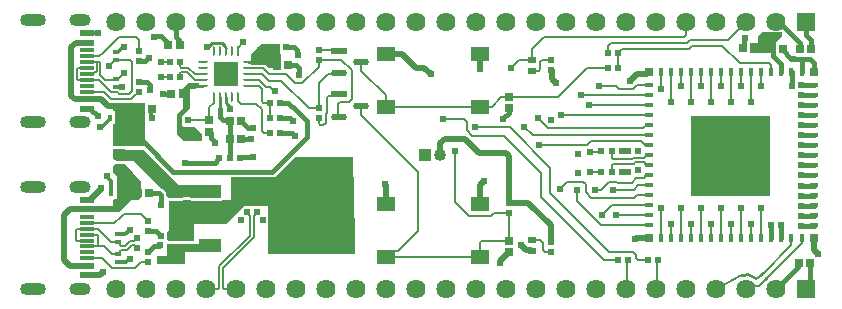
<source format=gtl>
G04*
G04 #@! TF.GenerationSoftware,Altium Limited,Altium Designer,25.8.1 (18)*
G04*
G04 Layer_Physical_Order=1*
G04 Layer_Color=255*
%FSLAX25Y25*%
%MOIN*%
G70*
G04*
G04 #@! TF.SameCoordinates,507DAA70-145D-422E-80CD-167F3C6471A6*
G04*
G04*
G04 #@! TF.FilePolarity,Positive*
G04*
G01*
G75*
%ADD11C,0.00600*%
G04:AMPARAMS|DCode=16|XSize=25.2mil|YSize=28.35mil|CornerRadius=3.15mil|HoleSize=0mil|Usage=FLASHONLY|Rotation=270.000|XOffset=0mil|YOffset=0mil|HoleType=Round|Shape=RoundedRectangle|*
%AMROUNDEDRECTD16*
21,1,0.02520,0.02205,0,0,270.0*
21,1,0.01890,0.02835,0,0,270.0*
1,1,0.00630,-0.01102,-0.00945*
1,1,0.00630,-0.01102,0.00945*
1,1,0.00630,0.01102,0.00945*
1,1,0.00630,0.01102,-0.00945*
%
%ADD16ROUNDEDRECTD16*%
%ADD17R,0.02126X0.02362*%
G04:AMPARAMS|DCode=18|XSize=25.2mil|YSize=28.35mil|CornerRadius=3.15mil|HoleSize=0mil|Usage=FLASHONLY|Rotation=180.000|XOffset=0mil|YOffset=0mil|HoleType=Round|Shape=RoundedRectangle|*
%AMROUNDEDRECTD18*
21,1,0.02520,0.02205,0,0,180.0*
21,1,0.01890,0.02835,0,0,180.0*
1,1,0.00630,-0.00945,0.01102*
1,1,0.00630,0.00945,0.01102*
1,1,0.00630,0.00945,-0.01102*
1,1,0.00630,-0.00945,-0.01102*
%
%ADD18ROUNDEDRECTD18*%
%ADD19R,0.03150X0.01575*%
%ADD20R,0.03150X0.03150*%
%ADD21R,0.01575X0.03150*%
%ADD22R,0.06102X0.05118*%
%ADD23R,0.04724X0.04724*%
%ADD24R,0.02756X0.02362*%
G04:AMPARAMS|DCode=25|XSize=33.06mil|YSize=9.55mil|CornerRadius=4.77mil|HoleSize=0mil|Usage=FLASHONLY|Rotation=270.000|XOffset=0mil|YOffset=0mil|HoleType=Round|Shape=RoundedRectangle|*
%AMROUNDEDRECTD25*
21,1,0.03306,0.00000,0,0,270.0*
21,1,0.02351,0.00955,0,0,270.0*
1,1,0.00955,0.00000,-0.01176*
1,1,0.00955,0.00000,0.01176*
1,1,0.00955,0.00000,0.01176*
1,1,0.00955,0.00000,-0.01176*
%
%ADD25ROUNDEDRECTD25*%
%ADD26R,0.02362X0.02126*%
%ADD27R,0.04528X0.02362*%
%ADD28R,0.02362X0.01378*%
%ADD29R,0.01378X0.02362*%
G04:AMPARAMS|DCode=30|XSize=125.98mil|YSize=68.9mil|CornerRadius=2.07mil|HoleSize=0mil|Usage=FLASHONLY|Rotation=90.000|XOffset=0mil|YOffset=0mil|HoleType=Round|Shape=RoundedRectangle|*
%AMROUNDEDRECTD30*
21,1,0.12598,0.06476,0,0,90.0*
21,1,0.12185,0.06890,0,0,90.0*
1,1,0.00413,0.03238,0.06093*
1,1,0.00413,0.03238,-0.06093*
1,1,0.00413,-0.03238,-0.06093*
1,1,0.00413,-0.03238,0.06093*
%
%ADD30ROUNDEDRECTD30*%
G04:AMPARAMS|DCode=31|XSize=35.43mil|YSize=68.9mil|CornerRadius=1.95mil|HoleSize=0mil|Usage=FLASHONLY|Rotation=90.000|XOffset=0mil|YOffset=0mil|HoleType=Round|Shape=RoundedRectangle|*
%AMROUNDEDRECTD31*
21,1,0.03543,0.06500,0,0,90.0*
21,1,0.03154,0.06890,0,0,90.0*
1,1,0.00390,0.03250,0.01577*
1,1,0.00390,0.03250,-0.01577*
1,1,0.00390,-0.03250,-0.01577*
1,1,0.00390,-0.03250,0.01577*
%
%ADD31ROUNDEDRECTD31*%
G04:AMPARAMS|DCode=32|XSize=53.43mil|YSize=22.53mil|CornerRadius=11.26mil|HoleSize=0mil|Usage=FLASHONLY|Rotation=0.000|XOffset=0mil|YOffset=0mil|HoleType=Round|Shape=RoundedRectangle|*
%AMROUNDEDRECTD32*
21,1,0.05343,0.00000,0,0,0.0*
21,1,0.03091,0.02253,0,0,0.0*
1,1,0.02253,0.01545,0.00000*
1,1,0.02253,-0.01545,0.00000*
1,1,0.02253,-0.01545,0.00000*
1,1,0.02253,0.01545,0.00000*
%
%ADD32ROUNDEDRECTD32*%
G04:AMPARAMS|DCode=33|XSize=9.55mil|YSize=33.06mil|CornerRadius=4.77mil|HoleSize=0mil|Usage=FLASHONLY|Rotation=270.000|XOffset=0mil|YOffset=0mil|HoleType=Round|Shape=RoundedRectangle|*
%AMROUNDEDRECTD33*
21,1,0.00955,0.02351,0,0,270.0*
21,1,0.00000,0.03306,0,0,270.0*
1,1,0.00955,-0.01176,0.00000*
1,1,0.00955,-0.01176,0.00000*
1,1,0.00955,0.01176,0.00000*
1,1,0.00955,0.01176,0.00000*
%
%ADD33ROUNDEDRECTD33*%
%ADD34R,0.00955X0.03306*%
%ADD35R,0.04528X0.01181*%
%ADD36R,0.05343X0.02253*%
%ADD45R,0.08071X0.08071*%
G04:AMPARAMS|DCode=53|XSize=39.37mil|YSize=70.87mil|CornerRadius=19.68mil|HoleSize=0mil|Usage=FLASHONLY|Rotation=270.000|XOffset=0mil|YOffset=0mil|HoleType=Round|Shape=RoundedRectangle|*
%AMROUNDEDRECTD53*
21,1,0.03937,0.03150,0,0,270.0*
21,1,0.00000,0.07087,0,0,270.0*
1,1,0.03937,-0.01575,0.00000*
1,1,0.03937,-0.01575,0.00000*
1,1,0.03937,0.01575,0.00000*
1,1,0.03937,0.01575,0.00000*
%
%ADD53ROUNDEDRECTD53*%
G04:AMPARAMS|DCode=54|XSize=39.37mil|YSize=86.61mil|CornerRadius=19.68mil|HoleSize=0mil|Usage=FLASHONLY|Rotation=270.000|XOffset=0mil|YOffset=0mil|HoleType=Round|Shape=RoundedRectangle|*
%AMROUNDEDRECTD54*
21,1,0.03937,0.04724,0,0,270.0*
21,1,0.00000,0.08661,0,0,270.0*
1,1,0.03937,-0.02362,0.00000*
1,1,0.03937,-0.02362,0.00000*
1,1,0.03937,0.02362,0.00000*
1,1,0.03937,0.02362,0.00000*
%
%ADD54ROUNDEDRECTD54*%
%ADD58C,0.01000*%
%ADD59C,0.01000*%
%ADD60R,0.01575X0.01575*%
%ADD61C,0.01001*%
%ADD62C,0.02000*%
%ADD63C,0.01500*%
%ADD64C,0.01010*%
%ADD65C,0.01200*%
%ADD66C,0.00603*%
%ADD67R,0.06400X0.06400*%
%ADD68C,0.06400*%
%ADD69C,0.04000*%
%ADD70R,0.04000X0.04000*%
%ADD71R,0.04000X0.04000*%
%ADD72C,0.02400*%
G36*
X256400Y89400D02*
X254300Y87600D01*
Y83900D01*
X246000D01*
X245700Y84200D01*
Y87300D01*
X248400D01*
Y89600D01*
X249800Y91000D01*
X256400Y91000D01*
Y89400D01*
D02*
G37*
G36*
X89138Y83819D02*
X89300D01*
Y78500D01*
X86800D01*
Y79300D01*
X85100D01*
X84200Y80200D01*
X79500D01*
Y83800D01*
X82900Y87200D01*
X89138D01*
Y83819D01*
D02*
G37*
G36*
X62000Y73074D02*
X62011Y73063D01*
X62000Y72300D01*
X59200D01*
Y66000D01*
X56964Y63764D01*
X56319D01*
Y59638D01*
X56800D01*
Y59500D01*
X59800D01*
Y59300D01*
X60700D01*
X63057Y56943D01*
Y56923D01*
X63100Y56706D01*
Y54700D01*
X57200D01*
X54800Y57100D01*
X54700D01*
Y63700D01*
X56600Y65600D01*
Y69100D01*
X55300D01*
Y72000D01*
X56500D01*
X58400Y73900D01*
X62000D01*
Y73074D01*
D02*
G37*
G36*
X44000Y53094D02*
X37398Y53020D01*
X33400D01*
Y60319D01*
X34189D01*
Y64681D01*
X33400D01*
Y67300D01*
X44000D01*
Y53094D01*
D02*
G37*
G36*
X252500Y36500D02*
X226000D01*
Y63000D01*
X252500D01*
Y36500D01*
D02*
G37*
G36*
X37580Y51700D02*
X43777Y51700D01*
X52238Y43238D01*
X52238Y43238D01*
X52435Y43107D01*
X55322Y40168D01*
X69284D01*
X69484Y39968D01*
Y35868D01*
X59192D01*
X59102Y35886D01*
X56898D01*
X56808Y35868D01*
X52148D01*
X51247Y36807D01*
X51148Y37304D01*
X50762Y37883D01*
X49883Y38762D01*
X49304Y39149D01*
X48931Y39223D01*
X40588Y47923D01*
X36200Y48000D01*
X34800D01*
X33384Y48700D01*
Y52000D01*
X37580D01*
Y51700D01*
D02*
G37*
G36*
X114000Y22482D02*
Y17200D01*
X85000D01*
Y24000D01*
Y33000D01*
X77000D01*
X71000Y27000D01*
X60500D01*
Y21520D01*
X51767D01*
X51700Y21574D01*
Y24700D01*
X52000Y25000D01*
Y34275D01*
X52148Y34848D01*
X56808D01*
X56898Y34866D01*
X59102D01*
X59192Y34848D01*
X69484D01*
X69874Y34926D01*
X69985Y35000D01*
X72800D01*
Y42600D01*
X87400D01*
X94300Y49500D01*
X113300D01*
X114000Y22482D01*
D02*
G37*
G36*
X34732Y46983D02*
X34766Y46987D01*
X34800Y46980D01*
X36191D01*
X37438Y46959D01*
X42900Y41000D01*
X42886Y35895D01*
X42073Y34900D01*
X39500D01*
X35343Y30925D01*
X33927Y30906D01*
X33500Y31327D01*
X33500Y34882D01*
X33924Y35306D01*
X34591D01*
Y42900D01*
X33500Y44223D01*
X33499Y46206D01*
X34288Y46994D01*
X34686Y46995D01*
X34732Y46983D01*
D02*
G37*
G36*
X69300Y17800D02*
X57500D01*
Y13700D01*
X48100D01*
Y16400D01*
X51300D01*
Y19800D01*
X51767Y20500D01*
X62000D01*
Y21900D01*
X69300D01*
Y17800D01*
D02*
G37*
D11*
X74937Y85717D02*
X76800Y87580D01*
X74937Y84541D02*
Y85717D01*
X181732Y69232D02*
X191500Y79000D01*
X116242Y78171D02*
X124500Y69914D01*
X165500Y69232D02*
X181732D01*
X116242Y78171D02*
Y81000D01*
X162732Y69232D02*
X165500D01*
X124350Y66142D02*
X124500Y66291D01*
X159642Y66142D02*
X162732Y69232D01*
X124500Y66291D02*
Y69914D01*
X155650Y66142D02*
X159642D01*
X191500Y79000D02*
X198299D01*
X124350Y66142D02*
X155650D01*
X102586Y60000D02*
X103500D01*
X108328Y69811D02*
X108752Y70234D01*
X104682Y64016D02*
Y69224D01*
X102000Y60586D02*
X102586Y60000D01*
X104332Y60832D02*
Y63667D01*
X104682Y64016D01*
Y69224D02*
X105268Y69811D01*
X103500Y60000D02*
X104332Y60832D01*
X102000Y60586D02*
Y62299D01*
X105268Y69811D02*
X108328D01*
X102000Y65701D02*
Y74000D01*
X105020Y77020D01*
X108518D01*
X108518Y77020D01*
X85456Y74768D02*
X89551D01*
X83225Y77000D02*
X85456Y74768D01*
X89551D02*
X98618Y65701D01*
X78541Y77000D02*
X83225D01*
X98618Y65701D02*
X102000D01*
X224743Y87500D02*
X225743Y88500D01*
X198299Y86283D02*
X199516Y87500D01*
X198299Y84000D02*
Y86283D01*
X83001Y58117D02*
Y65256D01*
Y58117D02*
X83618Y57500D01*
X85799D01*
X173000Y78130D02*
X175292D01*
X175878Y81152D02*
X176464Y81737D01*
X175292Y78130D02*
X175878Y78716D01*
X176464Y81737D02*
X179463D01*
X175878Y78716D02*
Y81152D01*
X179463Y81737D02*
X179500Y81701D01*
X40811Y12311D02*
X42799Y14299D01*
X33198Y12311D02*
X40811D01*
X29898Y15610D02*
X33198Y12311D01*
X42799Y14299D02*
X45000D01*
X24784Y15610D02*
X29898D01*
X37036Y30500D02*
X42701D01*
X35984Y29449D02*
X37036Y30500D01*
X42701D02*
X45000Y28201D01*
X33921Y27421D02*
X35949Y29449D01*
X35984D01*
X24784Y27421D02*
X33921D01*
X108527Y84970D02*
X108758Y84740D01*
X102230Y84970D02*
X108527D01*
X102000Y85201D02*
X102230Y84970D01*
X225743Y88500D02*
X238500D01*
X199516Y87500D02*
X224743D01*
X238500Y88500D02*
X244500Y94500D01*
X42000Y84701D02*
Y88500D01*
X41000Y89500D02*
X42000Y88500D01*
X35500Y89500D02*
X41000D01*
X28921Y82921D02*
X30000Y84000D01*
X35500Y89500D01*
X24784Y82921D02*
X28921D01*
X82977Y68109D02*
Y72023D01*
X82231Y75032D02*
X84495Y72768D01*
X85853D01*
X206885Y17681D02*
X207764Y16802D01*
Y15586D02*
X208349Y15000D01*
X207764Y15586D02*
Y16802D01*
X208349Y15000D02*
X211799D01*
X85853Y72768D02*
X87121Y71500D01*
X87500D01*
X85799Y62500D02*
Y67500D01*
X96446Y73972D02*
X102000Y79526D01*
Y81799D02*
X109478D01*
X102000Y79526D02*
Y81799D01*
X108530Y62988D02*
X108758Y62760D01*
X113000Y68563D02*
Y78277D01*
X109478Y81799D02*
X113000Y78277D01*
X112050Y67614D02*
X113000Y68563D01*
X108530Y67028D02*
X109116Y67614D01*
X112050D01*
X108530Y62988D02*
Y67028D01*
X94209Y73972D02*
X96446D01*
X91099Y77083D02*
X94209Y73972D01*
X90036Y77083D02*
X91099D01*
X90036Y77083D02*
X90036Y77083D01*
X24784Y71110D02*
X30000D01*
X30378D01*
X32671Y68818D01*
X39535D02*
X41155Y70437D01*
X41437D02*
X42000Y71000D01*
X32671Y68818D02*
X39535D01*
X41155Y70437D02*
X41437D01*
X67063Y67491D02*
Y69459D01*
X74937Y68086D02*
Y69459D01*
Y68086D02*
X76023Y67000D01*
X81257D01*
X83001Y65256D01*
X82977Y68109D02*
X83563Y67523D01*
X85799D01*
X78541Y73063D02*
X81937D01*
X78541Y75032D02*
X82231D01*
X78541Y78969D02*
X83520D01*
X81937Y73063D02*
X82977Y72023D01*
X219425Y67604D02*
Y77559D01*
X170500Y59500D02*
X173307Y56693D01*
X211945D01*
X226118Y22441D02*
Y26957D01*
X208461Y39961D02*
X211945D01*
X207000Y38500D02*
X208461Y39961D01*
X200000Y38500D02*
X207000D01*
X226571Y86500D02*
X236500D01*
X242366Y80634D02*
X252135D01*
X236500Y86500D02*
X242366Y80634D01*
X202382Y84681D02*
X203201Y85500D01*
X225571D01*
X226571Y86500D01*
X201701Y79000D02*
Y84118D01*
X202264Y84681D02*
X202382D01*
X201701Y84118D02*
X202264Y84681D01*
X252135Y80634D02*
X252808Y79961D01*
Y77641D02*
X252890Y77559D01*
X252808Y77641D02*
Y79961D01*
X229465Y73043D02*
Y77559D01*
X192232Y66732D02*
X211945D01*
X242850Y22441D02*
Y32396D01*
X204500Y5500D02*
X204850Y5850D01*
Y14650D02*
X205201Y15000D01*
X204850Y5850D02*
Y14650D01*
X216079Y22441D02*
Y32396D01*
X182400Y38700D02*
X184900Y41200D01*
X190214D01*
X191000Y40414D01*
Y37682D02*
Y40414D01*
Y37682D02*
X192882Y35800D01*
X207128D01*
X207943Y36614D01*
X211945D01*
X85405Y77083D02*
X86000D01*
X90036D01*
X83520Y78969D02*
X85405Y77083D01*
X150500Y62000D02*
X151300Y61200D01*
Y58382D02*
Y61200D01*
X143500Y62000D02*
X150500D01*
X177374Y17799D02*
X179500D01*
X176789Y18385D02*
X177374Y17799D01*
X176789Y18385D02*
Y20711D01*
X175630Y21870D02*
X176789Y20711D01*
X173000Y21870D02*
X175630D01*
X201118Y41200D02*
X201618Y40700D01*
X210284Y42248D02*
X210870Y42834D01*
X206372Y40700D02*
X207920Y42248D01*
X210870Y43020D02*
X211157Y43307D01*
X207920Y42248D02*
X210284D01*
X201618Y40700D02*
X206372D01*
X210870Y42834D02*
Y43020D01*
X211157Y43307D02*
X211945D01*
X232811Y67604D02*
Y77559D01*
X234500Y5500D02*
X242291Y9648D01*
X247699Y8943D02*
X248070Y8943D01*
X250047Y10506D02*
X259583Y20042D01*
Y22441D01*
X248484Y8943D02*
X249494Y9953D01*
X248070Y8943D02*
X248484Y8943D01*
X222772Y22441D02*
Y32396D01*
X242850Y73043D02*
Y77559D01*
X207564Y70000D02*
X207567Y70003D01*
X201172Y70000D02*
X207564D01*
X201169Y70003D02*
X201172Y70000D01*
X207567Y70003D02*
X211863D01*
X211942Y70081D01*
X189503Y70003D02*
X201169D01*
X246197Y22441D02*
Y26957D01*
X214850Y14650D02*
X215201Y15000D01*
X214850Y5850D02*
Y14650D01*
X214500Y5500D02*
X214850Y5850D01*
X236157Y22441D02*
Y32396D01*
X116242Y63358D02*
X135100Y44500D01*
X128262Y17962D02*
X135100Y24800D01*
Y44500D01*
X116242Y63358D02*
Y66500D01*
X126442Y17502D02*
X126902Y17962D01*
X124350Y16142D02*
X126442D01*
X155650D01*
X126902Y17962D02*
X128262D01*
X126442Y16142D02*
Y17502D01*
X249543Y73043D02*
Y77559D01*
X239504Y67604D02*
Y77559D01*
X216139Y72261D02*
Y77611D01*
X216181Y77653D01*
X216139Y72261D02*
X216200Y72200D01*
X239504Y22441D02*
Y26957D01*
X199768Y33268D02*
X211945D01*
X196500Y30000D02*
X199768Y33268D01*
X192693Y54693D02*
X209300D01*
X191500Y53500D02*
X192693Y54693D01*
X175500Y53500D02*
X191500D01*
X209300Y54693D02*
X210647Y53347D01*
X211945D01*
X226118Y67604D02*
Y77559D01*
X229465Y22441D02*
Y32396D01*
X219425Y22441D02*
Y26957D01*
X196107Y26575D02*
X211945D01*
X188000Y34682D02*
X196107Y26575D01*
X188000Y34682D02*
Y38500D01*
X236157Y73043D02*
Y77559D01*
X249543Y22441D02*
Y32396D01*
X201079Y29921D02*
X211945D01*
X201000Y30000D02*
X201079Y29921D01*
X151977Y29799D02*
X159322D01*
X160322Y30799D01*
X165500D01*
Y21232D02*
Y30799D01*
X155650Y16142D02*
Y20647D01*
X156235Y21232D02*
X165500D01*
X155650Y20647D02*
X156235Y21232D01*
X248903Y6533D02*
X250953Y8584D01*
X251416Y9047D02*
X262929Y20560D01*
X245533Y6533D02*
X248903D01*
X262929Y20560D02*
Y22441D01*
X244500Y5500D02*
X245533Y6533D01*
X147500Y34276D02*
X151977Y29799D01*
X147500Y34276D02*
Y51500D01*
X246197Y67604D02*
Y77559D01*
X168870Y81870D02*
X173000D01*
X166000Y79000D02*
X168870Y81870D01*
X173000D02*
Y85500D01*
X177000Y89500D02*
X223914D01*
X224500Y90086D02*
Y94500D01*
X223914Y89500D02*
X224500Y90086D01*
X173000Y85500D02*
X177000Y89500D01*
X222772Y73043D02*
Y77559D01*
X195500Y73000D02*
X201000D01*
X202000Y72000D01*
X206735D01*
X208161Y73425D02*
X211945D01*
X206735Y72000D02*
X208161Y73425D01*
X232811Y22441D02*
Y26957D01*
X194000Y38500D02*
X196182D01*
X198882Y41200D01*
X201118D01*
X65400Y61600D02*
X65500Y61701D01*
Y65928D01*
X67063Y67491D01*
X58600Y61600D02*
X65400D01*
X58500Y61701D02*
X58600Y61600D01*
X58500Y61701D02*
X59033Y62234D01*
X176000Y36100D02*
Y44200D01*
X163700Y56500D02*
X176000Y44200D01*
Y36100D02*
X197100Y15000D01*
X201799D01*
X179200Y37400D02*
Y45800D01*
Y37400D02*
X198919Y17681D01*
X206885D01*
X165700Y59300D02*
X179200Y45800D01*
X154000Y59500D02*
X154200Y59300D01*
X165700D01*
X151300Y58382D02*
X153182Y56500D01*
X182643Y63343D02*
X211902D01*
X211945Y63386D01*
X182600Y63300D02*
X182643Y63343D01*
X178479Y58900D02*
X209668D01*
X175000Y62379D02*
X178479Y58900D01*
X209749Y58980D02*
X210098D01*
X209668Y58900D02*
X209749Y58980D01*
X210098D02*
X210870Y59752D01*
X211658D01*
X211945Y60039D01*
X175000Y62379D02*
Y62500D01*
X153182Y56500D02*
X163700D01*
D16*
X58800Y19100D02*
D03*
Y22900D02*
D03*
X165500Y65600D02*
D03*
Y17600D02*
D03*
X65500Y57868D02*
D03*
X58000Y33600D02*
D03*
X52800Y22900D02*
D03*
X165500Y21400D02*
D03*
X65500Y61668D02*
D03*
X52800Y19100D02*
D03*
X58000Y37400D02*
D03*
X165500Y69400D02*
D03*
D17*
X203001Y51300D02*
D03*
X199599D02*
D03*
D03*
X196198D02*
D03*
X89201Y62500D02*
D03*
Y57500D02*
D03*
X196198Y44500D02*
D03*
X75701Y49000D02*
D03*
X91201Y86000D02*
D03*
X215201Y15000D02*
D03*
X199599Y44500D02*
D03*
D03*
X201701Y79000D02*
D03*
Y84000D02*
D03*
X205201Y15000D02*
D03*
X72299Y49000D02*
D03*
X68898D02*
D03*
X89201Y67500D02*
D03*
X211799Y15000D02*
D03*
X85799Y62500D02*
D03*
Y67500D02*
D03*
X201799Y15000D02*
D03*
X72299Y49000D02*
D03*
X87799Y86000D02*
D03*
X52299Y76000D02*
D03*
Y81000D02*
D03*
X55701Y76000D02*
D03*
Y81000D02*
D03*
X85799Y57500D02*
D03*
X198299Y84000D02*
D03*
Y79000D02*
D03*
X203001Y44500D02*
D03*
D18*
X266200Y85400D02*
D03*
X256600D02*
D03*
X243300Y85800D02*
D03*
X262100Y14000D02*
D03*
X91900Y80000D02*
D03*
X51800Y86800D02*
D03*
X52801Y70500D02*
D03*
X76101Y61500D02*
D03*
X46400Y65500D02*
D03*
X76101Y55500D02*
D03*
X45400Y37500D02*
D03*
X262400Y85400D02*
D03*
X265900Y14000D02*
D03*
X247100Y85800D02*
D03*
X252800Y85400D02*
D03*
X42600Y65500D02*
D03*
X72301Y55500D02*
D03*
Y61500D02*
D03*
X88100Y80000D02*
D03*
X56601Y70500D02*
D03*
X55600Y86800D02*
D03*
X41600Y37500D02*
D03*
D19*
X267063Y73425D02*
D03*
Y66732D02*
D03*
Y70079D02*
D03*
Y63386D02*
D03*
Y56693D02*
D03*
Y60039D02*
D03*
Y53347D02*
D03*
Y46654D02*
D03*
Y50000D02*
D03*
Y43307D02*
D03*
Y36614D02*
D03*
Y39961D02*
D03*
Y33268D02*
D03*
Y26575D02*
D03*
Y29921D02*
D03*
X211945Y46654D02*
D03*
Y50000D02*
D03*
Y43307D02*
D03*
Y39961D02*
D03*
Y36614D02*
D03*
Y33268D02*
D03*
Y29921D02*
D03*
Y26575D02*
D03*
Y66732D02*
D03*
Y56693D02*
D03*
Y70079D02*
D03*
Y60039D02*
D03*
Y73425D02*
D03*
Y63386D02*
D03*
Y53347D02*
D03*
D20*
X267063Y77559D02*
D03*
X211945D02*
D03*
X267063Y22441D02*
D03*
X211945D02*
D03*
D21*
X262929Y77559D02*
D03*
X259583D02*
D03*
X252890Y22441D02*
D03*
X256236D02*
D03*
X252890Y77559D02*
D03*
X216079Y22441D02*
D03*
X219425D02*
D03*
X222772D02*
D03*
X226118D02*
D03*
X229465D02*
D03*
X232811D02*
D03*
X236157D02*
D03*
X239504D02*
D03*
X242850D02*
D03*
X246197D02*
D03*
X249543D02*
D03*
X259583D02*
D03*
X219425Y77559D02*
D03*
X242850D02*
D03*
X232811D02*
D03*
X222772D02*
D03*
X246197D02*
D03*
X236157D02*
D03*
X216079D02*
D03*
X239504D02*
D03*
X249543D02*
D03*
X226118D02*
D03*
X229465D02*
D03*
X262929Y22441D02*
D03*
X256236Y77559D02*
D03*
D22*
X155650Y83858D02*
D03*
X124350D02*
D03*
Y33858D02*
D03*
X155650D02*
D03*
Y16142D02*
D03*
X124350D02*
D03*
Y66142D02*
D03*
X155650D02*
D03*
D23*
X239504Y56496D02*
D03*
X233008D02*
D03*
X246000Y50000D02*
D03*
X239504D02*
D03*
X246000Y43504D02*
D03*
X239504D02*
D03*
X233008D02*
D03*
Y50000D02*
D03*
D24*
X173000Y18130D02*
D03*
Y81870D02*
D03*
Y78130D02*
D03*
Y21870D02*
D03*
D25*
X71000Y84541D02*
D03*
Y69459D02*
D03*
X69032D02*
D03*
X67063D02*
D03*
X72969Y84541D02*
D03*
X69032D02*
D03*
X67063D02*
D03*
X72969Y69459D02*
D03*
X74937D02*
D03*
D26*
X42000Y81299D02*
D03*
Y74402D02*
D03*
X45000Y24799D02*
D03*
Y17701D02*
D03*
X165500Y30799D02*
D03*
X179500Y78299D02*
D03*
Y21201D02*
D03*
X165500Y34201D02*
D03*
X58500Y61701D02*
D03*
Y58299D02*
D03*
X102000Y65701D02*
D03*
Y81799D02*
D03*
X42000Y71000D02*
D03*
X102000Y62299D02*
D03*
X45000Y28201D02*
D03*
Y14299D02*
D03*
X179500Y81701D02*
D03*
Y17799D02*
D03*
X42000Y84701D02*
D03*
X102000Y85201D02*
D03*
D27*
X24784Y90598D02*
D03*
Y65402D02*
D03*
Y35098D02*
D03*
Y9902D02*
D03*
Y68551D02*
D03*
Y87449D02*
D03*
Y31949D02*
D03*
Y13051D02*
D03*
D28*
X34500Y84280D02*
D03*
Y72720D02*
D03*
X35000Y23559D02*
D03*
Y14500D02*
D03*
X34500Y75279D02*
D03*
Y81721D02*
D03*
X35000Y21000D02*
D03*
Y17059D02*
D03*
D29*
X32500Y62500D02*
D03*
X32721Y37500D02*
D03*
X35059Y62500D02*
D03*
X35280Y37500D02*
D03*
D30*
X90303Y29000D02*
D03*
D31*
X65697D02*
D03*
Y19945D02*
D03*
Y38055D02*
D03*
D32*
X116242Y66500D02*
D03*
X108758Y77260D02*
D03*
Y62760D02*
D03*
X116242Y81000D02*
D03*
D33*
X78541Y75032D02*
D03*
Y73063D02*
D03*
Y77000D02*
D03*
Y78969D02*
D03*
X63459Y73063D02*
D03*
X78541Y80937D02*
D03*
X63459D02*
D03*
Y78969D02*
D03*
Y77000D02*
D03*
Y75032D02*
D03*
D34*
X74937Y84541D02*
D03*
D35*
X24784Y80953D02*
D03*
Y77016D02*
D03*
Y71110D02*
D03*
Y25453D02*
D03*
Y21516D02*
D03*
Y15610D02*
D03*
Y27421D02*
D03*
Y78984D02*
D03*
Y75047D02*
D03*
Y84890D02*
D03*
Y82921D02*
D03*
Y73079D02*
D03*
Y17579D02*
D03*
Y19547D02*
D03*
Y23484D02*
D03*
Y29390D02*
D03*
D36*
X108758Y70240D02*
D03*
Y84740D02*
D03*
D45*
X71000Y77000D02*
D03*
D53*
X22521Y95008D02*
D03*
Y60992D02*
D03*
Y39508D02*
D03*
Y5492D02*
D03*
D54*
X6772Y95008D02*
D03*
Y60992D02*
D03*
Y39508D02*
D03*
Y5492D02*
D03*
D58*
X251416Y9047D02*
G03*
X250953Y8584I3084J-3547D01*
G01*
X247699Y8943D02*
G03*
X242291Y9648I-3199J-3443D01*
G01*
X250047Y10506D02*
G03*
X249494Y9953I4453J-5006D01*
G01*
D59*
X248070Y8943D02*
D03*
D60*
X246000Y56496D02*
D03*
D61*
X64600Y86000D02*
X64979D01*
X70609Y86061D02*
X70977Y85694D01*
X64979Y86000D02*
X66273Y87295D01*
X70609Y86061D02*
Y86371D01*
X66273Y87295D02*
X69685D01*
X70609Y86371D01*
X60563Y73063D02*
X63459D01*
X69000Y65256D02*
Y66500D01*
X69008Y66508D01*
Y69436D01*
X69032Y69459D01*
X78541Y80937D02*
X83001D01*
D62*
X207508Y22200D02*
X207749Y22441D01*
X211945D01*
X207400Y22200D02*
X207508D01*
X162477Y14734D02*
X165500Y17758D01*
X162400Y13900D02*
X162477Y13976D01*
Y14734D01*
X165500Y17758D02*
Y17768D01*
X164328Y50793D02*
X165500Y49621D01*
X155353Y50793D02*
X164328D01*
X150646Y55500D02*
X155353Y50793D01*
X165500Y34201D02*
Y49621D01*
Y34201D02*
X171899D01*
X179500Y21201D02*
Y26600D01*
X171899Y34201D02*
X179500Y26600D01*
X211370Y76984D02*
X211945Y77559D01*
X155650Y78758D02*
Y83858D01*
X134323Y79177D02*
X137215D01*
X124350Y83858D02*
X129642D01*
X134323Y79177D01*
X208184Y76984D02*
X211370D01*
X137215Y79177D02*
X139392Y77000D01*
X139500D01*
X246000Y56496D02*
X251004D01*
X239504D02*
Y61500D01*
X228000Y56500D02*
X228004Y56496D01*
X233008D01*
X205900Y74700D02*
X208184Y76984D01*
X205600Y74700D02*
X205900D01*
X267063Y18437D02*
X268500Y17000D01*
X267063Y18437D02*
Y22441D01*
X246000Y50000D02*
X251004D01*
X246000Y43504D02*
X251004D01*
X239504Y38500D02*
Y43504D01*
X228004Y50000D02*
X233008D01*
X228004Y43504D02*
X233008D01*
X157000Y41392D02*
Y41500D01*
X155650Y40041D02*
X157000Y41392D01*
X171172Y18311D02*
X172819D01*
X173000Y18130D01*
X169500Y19983D02*
X171172Y18311D01*
X155650Y33858D02*
Y40041D01*
X124350Y33858D02*
Y40150D01*
X124000Y40500D02*
X124350Y40150D01*
X58260Y33508D02*
X59328D01*
X60500Y32336D01*
X58000Y33768D02*
X58260Y33508D01*
X90303Y30055D02*
X92748Y32500D01*
X97000D01*
X90303Y29000D02*
Y30055D01*
X60500Y29000D02*
Y32336D01*
Y29000D02*
X65697D01*
X90500D02*
X92500Y27000D01*
X90303Y29000D02*
X90500D01*
X60500Y28892D02*
Y29000D01*
X57000D02*
X60500D01*
X59000Y27392D02*
X60500Y28892D01*
X53500Y29000D02*
X57000D01*
X59000Y22900D02*
Y27392D01*
Y22732D02*
Y22900D01*
X53417Y22992D02*
Y25417D01*
X57000Y29000D01*
X29500Y38732D02*
Y39000D01*
X25867Y35098D02*
X29500Y38732D01*
X24784Y35098D02*
X25867D01*
X53158Y22732D02*
X53417Y22992D01*
X53000Y22732D02*
X53158D01*
X24000Y9980D02*
X29117D01*
X30216Y11079D01*
X179500Y78299D02*
X179618D01*
X181000Y74000D02*
Y74108D01*
X179681Y75427D02*
X181000Y74108D01*
X179618Y78299D02*
X179681Y78236D01*
Y75427D02*
Y78236D01*
X142500Y50000D02*
Y54000D01*
X144000Y55500D01*
X150646D01*
X36500Y56000D02*
Y58000D01*
X38640Y60140D02*
Y62500D01*
X35500Y55000D02*
X36500Y56000D01*
Y58000D02*
X38640Y60140D01*
Y62500D02*
Y65146D01*
X24784Y68551D02*
X29401D01*
X19500Y69723D02*
X20672Y68551D01*
X19500Y85898D02*
X21051Y87449D01*
X19500Y69723D02*
Y85898D01*
X20672Y68551D02*
X24784D01*
X21051Y87449D02*
X24784D01*
X31635Y66317D02*
X37468D01*
X38640Y65146D01*
X29401Y68551D02*
X31635Y66317D01*
X38500Y37476D02*
X38524Y37500D01*
X38500Y35500D02*
Y37476D01*
X34949Y31949D02*
X38500Y35500D01*
X24784Y31949D02*
X34949D01*
X18949D02*
X24784D01*
X17000Y30000D02*
X18949Y31949D01*
X17000Y15000D02*
Y30000D01*
Y15000D02*
X18949Y13051D01*
X24784D01*
D63*
X48828Y19828D02*
X49000Y20000D01*
X45118Y17701D02*
X47245Y19828D01*
X48828D01*
X47701Y24799D02*
X49500Y23000D01*
X45000Y17701D02*
X45118D01*
X243300Y85800D02*
X243756Y86256D01*
Y88412D01*
X244000Y88657D01*
Y88900D01*
X266032Y85400D02*
Y88468D01*
X264500Y90000D02*
X266032Y88468D01*
X265684Y82000D02*
X267063Y80621D01*
X264500Y90000D02*
Y94500D01*
X262842Y82000D02*
X262929Y81913D01*
X262842Y82000D02*
X265684D01*
X262641Y73323D02*
X267157D01*
X267063Y77559D02*
Y80621D01*
X262929Y77559D02*
Y81913D01*
X260000Y82000D02*
X262842D01*
X259503Y82172D02*
X259828D01*
X256432Y85242D02*
X259503Y82172D01*
X259828D02*
X260000Y82000D01*
X259685Y73137D02*
Y77653D01*
X262641Y66630D02*
X267157D01*
X262641Y69976D02*
X267157D01*
X262641Y63283D02*
X267157D01*
X262641Y56590D02*
X267157D01*
X262641Y59937D02*
X267157D01*
X262641Y53244D02*
X267157D01*
X256432Y85242D02*
Y85400D01*
X165342Y64086D02*
Y65768D01*
X165500D01*
X163500Y62243D02*
X165342Y64086D01*
X163500Y62000D02*
Y62243D01*
X262641Y39858D02*
X267157D01*
X262641Y46551D02*
X267157D01*
X262641Y49898D02*
X267157D01*
X262641Y43205D02*
X267157D01*
X262641Y36512D02*
X267157D01*
X262641Y33165D02*
X267157D01*
X262641Y26472D02*
X267157D01*
X262641Y29819D02*
X267157D01*
X261758Y13490D02*
X262268Y14000D01*
X256134Y22347D02*
Y26863D01*
X252787Y22347D02*
Y26863D01*
X254500Y5500D02*
X261758Y12758D01*
Y13490D01*
X91900Y80000D02*
X94449D01*
X91732D02*
X91900D01*
X95328Y76672D02*
Y79121D01*
X94449Y80000D02*
X95328Y79121D01*
X49336Y89589D02*
X51968Y86958D01*
Y86800D02*
Y86958D01*
X50000Y70500D02*
X52801D01*
X52969D01*
X92500Y62500D02*
X93500Y61500D01*
X89201Y62500D02*
X92500D01*
X75933Y61343D02*
X78276Y59000D01*
X93000Y57500D02*
X94000Y56500D01*
X89201Y57500D02*
X93000D01*
X78276Y59000D02*
X80000D01*
X75933Y61343D02*
Y61500D01*
X66167Y55576D02*
Y57526D01*
X65658Y58035D02*
X66167Y57526D01*
X65500Y58035D02*
X65658D01*
X47089Y89589D02*
X49336D01*
X47000Y89500D02*
X47089Y89589D01*
X45257Y82500D02*
X45500D01*
X44056Y81299D02*
X45257Y82500D01*
X42000Y74402D02*
X44814D01*
X45828Y73387D01*
X42000Y81299D02*
X44056D01*
X45828Y71672D02*
Y73387D01*
X28269Y63000D02*
X28500D01*
X24784Y65402D02*
X25867D01*
X28269Y63000D01*
X76101Y55500D02*
X79500D01*
X75933D02*
X76101D01*
X66167Y55576D02*
X67500Y54243D01*
Y54000D02*
Y54243D01*
X49500Y33500D02*
Y36621D01*
X48621Y37500D02*
X49500Y36621D01*
X45232Y37500D02*
X45400D01*
X48621D01*
X45000Y24799D02*
X47701D01*
X253274Y83199D02*
Y85094D01*
X256236Y77559D02*
Y80236D01*
X252968Y85400D02*
X253274Y85094D01*
Y83199D02*
X256236Y80236D01*
X262500Y85468D02*
Y87500D01*
X254500Y94500D02*
X255500D01*
X262500Y85468D02*
X262568Y85400D01*
X255500Y94500D02*
X262500Y87500D01*
X250328Y89328D02*
X250500Y89500D01*
X250328Y88070D02*
Y89328D01*
X246932Y85800D02*
Y85957D01*
X248215D02*
X250328Y88070D01*
X252968Y85400D02*
Y87968D01*
X254500Y89500D01*
X265732Y6732D02*
Y14000D01*
X264500Y5500D02*
X265732Y6732D01*
X94828Y83672D02*
Y85084D01*
X91201Y86000D02*
X93912D01*
X94828Y83672D02*
X95000Y83500D01*
X93912Y86000D02*
X94828Y85084D01*
X76893Y49500D02*
X80000D01*
X76824Y49431D02*
X76893Y49500D01*
X76014Y49431D02*
X76824D01*
X75701Y49000D02*
Y49118D01*
X76014Y49431D01*
X246932Y85957D02*
X248215D01*
X53000Y15000D02*
X56000D01*
X59339Y19606D02*
X65358D01*
X65697Y19945D01*
X58797Y19064D02*
X59339Y19606D01*
X53510Y19268D02*
X58358D01*
X56000Y15000D02*
X56172Y15172D01*
X53000Y15000D02*
Y18758D01*
X53510Y19268D01*
X49500Y15000D02*
X53000D01*
X56433Y70500D02*
Y70657D01*
Y70342D02*
Y70500D01*
X55500Y57500D02*
X57000Y56000D01*
X62000D01*
Y56716D01*
X58755Y58044D02*
X60671D01*
X62000Y56716D01*
X58500Y58299D02*
X58755Y58044D01*
X83744Y86000D02*
X87799D01*
X82744Y85000D02*
X83744Y86000D01*
X82500Y85000D02*
X82744D01*
X68585Y48569D02*
X68898Y48882D01*
X68467Y48569D02*
X68585D01*
X67398Y47500D02*
X68467Y48569D01*
X68898Y48882D02*
Y49000D01*
X57500Y47500D02*
X67398D01*
X55500Y57500D02*
Y63420D01*
X72299Y50000D02*
X72384Y50085D01*
Y55415D01*
X35500Y55000D02*
X43000D01*
X53500Y44500D01*
X86500D01*
X98000Y56000D01*
Y61404D01*
X94404Y65000D02*
X98000Y61404D01*
X94404Y65000D02*
X94404D01*
X89201Y67500D02*
X91904D01*
X94404Y65000D01*
X56433Y70342D02*
X56943Y69833D01*
X55500Y63420D02*
X58187Y66107D01*
Y68746D01*
X57100Y69833D02*
X58187Y68746D01*
X56943Y69833D02*
X57100D01*
X58839Y73063D02*
X60563D01*
X83001Y80937D02*
X84622D01*
X85495Y80065D01*
X54500Y89235D02*
Y94500D01*
X55432Y86800D02*
Y88303D01*
X54500Y89235D02*
X55432Y88303D01*
X69934Y61640D02*
X72329D01*
X72469Y61500D01*
X69000Y62574D02*
X69934Y61640D01*
X69000Y62574D02*
Y65256D01*
X72469Y55500D02*
Y61500D01*
X72384Y55415D02*
X72469Y55500D01*
X56433Y70657D02*
X58839Y73063D01*
X87799Y86000D02*
X88033Y85766D01*
Y80234D02*
X88203Y80065D01*
X88033Y80234D02*
Y85766D01*
X87758Y80065D02*
X87823Y80000D01*
X88268D01*
X85495Y80065D02*
X87758D01*
D64*
X72500Y65500D02*
Y65876D01*
X71028Y67348D02*
Y69431D01*
X71000Y69459D02*
X71028Y69431D01*
Y67348D02*
X72500Y65876D01*
D65*
X28402Y90598D02*
X28500Y90500D01*
X24784Y90598D02*
X28402D01*
X34992Y84280D02*
X36713Y86000D01*
X37000D01*
X34500Y84280D02*
X34992D01*
X34500Y72720D02*
X36500D01*
X46250Y62518D02*
X46268Y62500D01*
X46250Y62518D02*
Y65482D01*
X46232Y65500D02*
X46250Y65482D01*
X32500Y62008D02*
Y62500D01*
X30222Y59730D02*
X32500Y62008D01*
X29230Y59730D02*
X30222D01*
X29000Y59500D02*
X29230Y59730D01*
X37559Y23559D02*
X39000Y25000D01*
X31500Y42675D02*
Y43000D01*
Y42675D02*
X32721Y41455D01*
Y37500D02*
Y41455D01*
X38743Y15500D02*
X39000D01*
X37743Y14500D02*
X38743Y15500D01*
X35000Y23559D02*
X37559D01*
X35000Y14500D02*
X37743D01*
X35500Y45000D02*
X36036Y44464D01*
X37536D01*
X41768Y40232D01*
Y37500D02*
Y40232D01*
X42354Y65646D02*
X42854Y65146D01*
X38640D02*
X42354D01*
X35059Y62500D02*
X38640D01*
X54768Y37232D02*
X58000D01*
X35500Y50000D02*
X42000D01*
X54768Y37232D01*
X58000D02*
X58411Y37644D01*
X65285D01*
X65697Y38055D01*
X38524Y37500D02*
X41768D01*
X35280D02*
X38524D01*
D66*
X80401Y29748D02*
X81300Y30647D01*
X80401Y22572D02*
Y29748D01*
X70201Y12372D02*
X80401Y22572D01*
X81300Y30647D02*
Y31000D01*
X78100Y30647D02*
Y31000D01*
Y30647D02*
X78999Y29748D01*
Y23153D02*
Y29748D01*
X68799Y12953D02*
X78999Y23153D01*
X70201Y5853D02*
Y12372D01*
X68799Y5853D02*
Y12953D01*
X195998Y51100D02*
X196198Y51300D01*
X192400Y51100D02*
X195998D01*
X68445Y5500D02*
X68799Y5853D01*
X64500Y5500D02*
X68445D01*
X195998Y44300D02*
X196198Y44500D01*
X192400Y44300D02*
X195998D01*
X70555Y5500D02*
X74500D01*
X70201Y5853D02*
X70555Y5500D01*
X199599Y44500D02*
Y46845D01*
X199952Y47199D01*
X207044D01*
X207547Y47701D01*
X210318D01*
X210672Y47139D02*
Y47348D01*
X211157Y46654D02*
X211945D01*
X210318Y47701D02*
X210672Y47348D01*
Y47139D02*
X211157Y46654D01*
X210672Y49514D02*
X211157Y50000D01*
X211945D01*
X210672Y49458D02*
Y49514D01*
X210318Y49104D02*
X210672Y49458D01*
X206965Y49104D02*
X210318D01*
X199599Y48955D02*
Y51300D01*
X206463Y48601D02*
X206965Y49104D01*
X199952Y48601D02*
X206463D01*
X199599Y48955D02*
X199952Y48601D01*
X58000Y77634D02*
X60324Y75311D01*
X58417Y79202D02*
X60642Y76976D01*
X60324Y75311D02*
X60324D01*
X60606Y75028D01*
X63455D01*
X60642Y76976D02*
X63435D01*
X63459Y77000D01*
X39717Y71264D02*
Y81147D01*
X35547Y70419D02*
X38872D01*
X39717Y71264D01*
X32823Y70930D02*
X35036D01*
X35547Y70419D01*
X28706Y75047D02*
X30000Y73753D01*
X32823Y70930D01*
X24784Y75047D02*
X28706D01*
X29079Y76658D02*
X30737Y75000D01*
X34061D01*
Y75059D02*
X34992D01*
X49500Y76000D02*
X52299D01*
X34992Y75279D02*
X36933Y77220D01*
X28726Y80953D02*
X29079Y80599D01*
X28000Y80953D02*
X28726D01*
X27234Y77305D02*
X28000Y78071D01*
X24784Y80953D02*
X28000D01*
Y78071D02*
Y80953D01*
X25073Y77305D02*
X27234D01*
X29079Y76658D02*
Y80599D01*
X24784Y77016D02*
X25073Y77305D01*
X21853Y75047D02*
X24784D01*
X39144Y81721D02*
X39717Y81147D01*
X34500Y81721D02*
X39144D01*
X32067Y79779D02*
X34008Y81721D01*
X49500Y81000D02*
X52299D01*
X21500Y75401D02*
Y78631D01*
X21853Y78984D02*
X24784D01*
X21500Y75401D02*
X21853Y75047D01*
X21500Y78631D02*
X21853Y78984D01*
X57836Y77798D02*
X58000Y77634D01*
X56054Y77798D02*
X57836D01*
X55701Y77445D02*
X56054Y77798D01*
X55701Y76000D02*
Y77445D01*
X56054Y79202D02*
X58417D01*
X55701Y79555D02*
X56054Y79202D01*
X55701Y79555D02*
Y81000D01*
X203001Y44500D02*
X205000D01*
X203001Y51300D02*
X205100D01*
X27960Y23484D02*
X28500Y22945D01*
Y19547D02*
Y22945D01*
X24784Y23484D02*
X27960D01*
X28500Y19547D02*
X30453D01*
X32854Y21000D02*
X35000D01*
X28401Y25453D02*
X32854Y21000D01*
X24784Y25453D02*
X28401D01*
X34941Y17000D02*
X35000Y17059D01*
X33000Y17000D02*
X34941D01*
X30453Y19547D02*
X33000Y17000D01*
X24784Y19547D02*
X28500D01*
X21322Y21500D02*
X24769D01*
X20968Y21853D02*
Y25100D01*
X21322Y25453D02*
X24784D01*
X20968Y21853D02*
X21322Y21500D01*
X20968Y25100D02*
X21322Y25453D01*
X24769Y21500D02*
X24784Y21516D01*
X41399Y22399D02*
X41500D01*
X40500Y21500D02*
X41399Y22399D01*
X35000Y21000D02*
X35492D01*
X35880Y20613D01*
Y20084D02*
Y20613D01*
Y20084D02*
X36233Y19731D01*
X37426D02*
X39195Y21500D01*
X36233Y19731D02*
X37426D01*
X39195Y21500D02*
X40500D01*
X41399Y19198D02*
X41500D01*
X40500Y20097D02*
X41399Y19198D01*
X35000Y17059D02*
X35492D01*
X39776Y20097D02*
X40500D01*
X38007Y18328D02*
X39776Y20097D01*
X36233Y18328D02*
X38007D01*
X35880Y17975D02*
X36233Y18328D01*
X35492Y17059D02*
X35880Y17447D01*
Y17975D01*
D67*
X264500Y94500D02*
D03*
Y5500D02*
D03*
D68*
X254500D02*
D03*
X44500Y94500D02*
D03*
X34500Y5500D02*
D03*
X64500D02*
D03*
X74500D02*
D03*
X234500Y94500D02*
D03*
X204500D02*
D03*
X134500D02*
D03*
X194500Y5500D02*
D03*
X104500D02*
D03*
X64500Y94500D02*
D03*
X164500D02*
D03*
Y5500D02*
D03*
X134500D02*
D03*
X54500D02*
D03*
X194500Y94500D02*
D03*
X94500D02*
D03*
X224500Y5500D02*
D03*
X114500D02*
D03*
X244500D02*
D03*
X224500Y94500D02*
D03*
X154500D02*
D03*
X124500D02*
D03*
X174500Y5500D02*
D03*
X84500D02*
D03*
X254500Y94500D02*
D03*
X184500D02*
D03*
X84500D02*
D03*
X234500Y5500D02*
D03*
X144500D02*
D03*
X214500Y94500D02*
D03*
X114500D02*
D03*
X214500Y5500D02*
D03*
X184500D02*
D03*
X144500Y94500D02*
D03*
X74500D02*
D03*
X154500Y5500D02*
D03*
X94500D02*
D03*
X174500Y94500D02*
D03*
X104500D02*
D03*
X204500Y5500D02*
D03*
X124500D02*
D03*
X44500D02*
D03*
X54500Y94500D02*
D03*
X244500D02*
D03*
X34500D02*
D03*
D69*
X142500Y50000D02*
D03*
X35500Y45000D02*
D03*
Y50000D02*
D03*
D70*
X137500D02*
D03*
D71*
X35500Y55000D02*
D03*
D72*
X76800Y87580D02*
D03*
X64600Y86000D02*
D03*
X242800Y46800D02*
D03*
X207400Y22200D02*
D03*
X162400Y13900D02*
D03*
X182600Y63300D02*
D03*
X175000Y62500D02*
D03*
X179400Y61800D02*
D03*
X49000Y20000D02*
D03*
X49500Y23000D02*
D03*
X95000Y83500D02*
D03*
X76000Y28500D02*
D03*
X83500D02*
D03*
X244000Y88900D02*
D03*
X260000Y82000D02*
D03*
X262641Y73323D02*
D03*
X259685Y73137D02*
D03*
X262641Y66630D02*
D03*
Y69976D02*
D03*
Y63283D02*
D03*
Y56590D02*
D03*
Y59937D02*
D03*
Y53244D02*
D03*
X155650Y78758D02*
D03*
X139500Y77000D02*
D03*
X239504Y61500D02*
D03*
X251004Y56496D02*
D03*
X242800Y53300D02*
D03*
X236300Y53200D02*
D03*
X205600Y74700D02*
D03*
X228004Y56496D02*
D03*
X208400Y51500D02*
D03*
X163500Y62000D02*
D03*
X262641Y46551D02*
D03*
Y49898D02*
D03*
Y43205D02*
D03*
Y29819D02*
D03*
Y36512D02*
D03*
Y39858D02*
D03*
Y33165D02*
D03*
X268500Y17000D02*
D03*
X262641Y26472D02*
D03*
X256134Y26863D02*
D03*
X252787D02*
D03*
X251004Y50000D02*
D03*
X236200Y46800D02*
D03*
X251004Y43504D02*
D03*
X228004Y50000D02*
D03*
X188500Y50500D02*
D03*
X111000Y45500D02*
D03*
X208400Y45100D02*
D03*
X228004Y43504D02*
D03*
X188500Y44000D02*
D03*
X157000Y41500D02*
D03*
X239504Y38500D02*
D03*
X169500Y19983D02*
D03*
X124000Y40500D02*
D03*
X111000Y39000D02*
D03*
Y32500D02*
D03*
X95328Y76672D02*
D03*
X73000Y75000D02*
D03*
Y79000D02*
D03*
X69000D02*
D03*
Y75000D02*
D03*
X93500Y61500D02*
D03*
X94000Y56500D02*
D03*
X80000Y59000D02*
D03*
X72500Y65500D02*
D03*
X47000Y89500D02*
D03*
X45500Y82500D02*
D03*
X37000Y86000D02*
D03*
X28451Y90549D02*
D03*
X45828Y71672D02*
D03*
X50000Y70500D02*
D03*
X36500Y72720D02*
D03*
X46268Y62500D02*
D03*
X28500Y63000D02*
D03*
X29000Y59500D02*
D03*
X107500Y45500D02*
D03*
X104000D02*
D03*
X100500Y39000D02*
D03*
Y45500D02*
D03*
X97000D02*
D03*
Y39000D02*
D03*
X107500D02*
D03*
X104000D02*
D03*
Y32500D02*
D03*
X97000D02*
D03*
X100500D02*
D03*
X79500Y55500D02*
D03*
X67500Y54000D02*
D03*
X107500Y32500D02*
D03*
X60500Y29000D02*
D03*
X57000D02*
D03*
X53500D02*
D03*
X49500Y33500D02*
D03*
X39000Y25000D02*
D03*
X31500Y43000D02*
D03*
X29500Y39000D02*
D03*
X39000Y15500D02*
D03*
X30216Y11079D02*
D03*
X78100Y31000D02*
D03*
X81300D02*
D03*
X192400Y51100D02*
D03*
Y44300D02*
D03*
X249543Y73043D02*
D03*
X239504Y67604D02*
D03*
X216200Y72200D02*
D03*
X239504Y26957D02*
D03*
X196500Y30000D02*
D03*
X175500Y53500D02*
D03*
X226118Y67604D02*
D03*
X229465Y32396D02*
D03*
X219425Y26957D02*
D03*
X188000Y38500D02*
D03*
X236157Y73043D02*
D03*
X249543Y32396D02*
D03*
X201000Y30000D02*
D03*
X147500Y51500D02*
D03*
X246197Y67604D02*
D03*
X166000Y79000D02*
D03*
X222772Y73043D02*
D03*
X195500Y73000D02*
D03*
X232811Y26957D02*
D03*
X194000Y38500D02*
D03*
X80000Y49500D02*
D03*
X250500Y89500D02*
D03*
X254500D02*
D03*
X181000Y74000D02*
D03*
X232811Y67604D02*
D03*
X222772Y32396D02*
D03*
X242850Y73043D02*
D03*
X189500Y70000D02*
D03*
X246197Y26957D02*
D03*
X236157Y32396D02*
D03*
X219425Y67604D02*
D03*
X170500Y59500D02*
D03*
X226118Y26957D02*
D03*
X200000Y38500D02*
D03*
X229465Y73043D02*
D03*
X192232Y66732D02*
D03*
X242850Y32396D02*
D03*
X216079D02*
D03*
X182400Y38700D02*
D03*
X205000Y44500D02*
D03*
X205100Y51300D02*
D03*
X143500Y62000D02*
D03*
X56000Y15000D02*
D03*
X53000D02*
D03*
X49500D02*
D03*
X82500Y85000D02*
D03*
X62000Y56000D02*
D03*
X57500Y47500D02*
D03*
X154000Y59500D02*
D03*
X87500Y71500D02*
D03*
X36933Y77220D02*
D03*
X49500Y76000D02*
D03*
Y81000D02*
D03*
X32000Y79779D02*
D03*
X41500Y22399D02*
D03*
Y19198D02*
D03*
M02*

</source>
